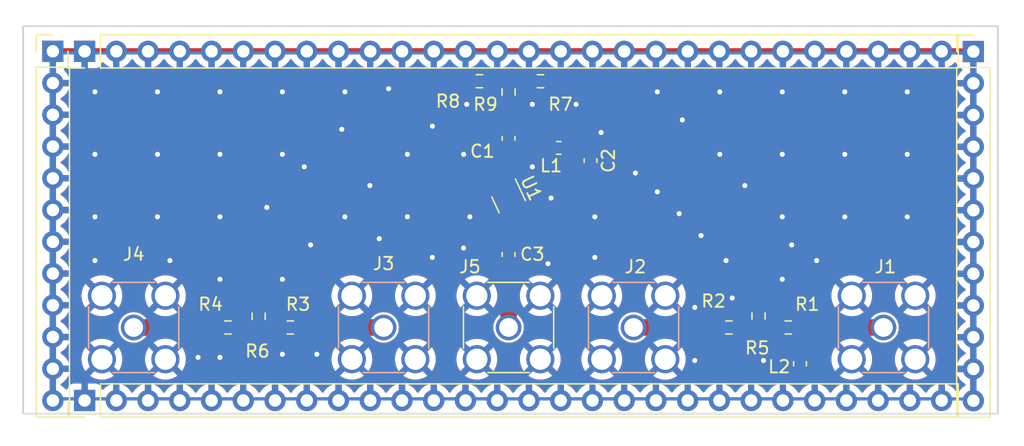
<source format=kicad_pcb>
(kicad_pcb (version 20221018) (generator pcbnew)
  (layers (0 "F.Cu" signal) (31 "B.Cu" signal) (34 "B.Paste" user) (35 "F.Paste" user) (36 "B.SilkS" user "B.Silkscreen") (37 "F.SilkS" user "F.Silkscreen") (38 "B.Mask" user) (39 "F.Mask" user) (44 "Edge.Cuts" user))
  (net 0 "")
  (net 1 "Net-(U1-RF-IN)")
  (net 2 "GND")
  (net 3 "+3V3")
  (net 4 "Net-(R1-Pad2)")
  (net 5 "Net-(U1-RF-OUT)")
  (net 6 "Net-(R3-Pad2)")
  (net 7 "Net-(R5-Pad1)")
  (net 8 "Net-(R6-Pad1)")
  (net 9 "Net-(R7-Pad1)")
  (net 10 "Net-(J1-SIGNAL)")
  (net 11 "Net-(J2-SIGNAL)")
  (net 12 "Net-(J3-SIGNAL)")
  (net 13 "Net-(J4-SIGNAL)")
  (net 14 "Net-(J5-SIGNAL)")
  (net 15 "Net-(C1-Pad1)")
  (footprint "Package_TO_SOT_SMD:SOT-343_SC-70-4_Handsoldering" (layer "F.Cu") (at 139.848 91.8 -65)
    (fp_text reference "U1" (at 0 -2 115) (layer "F.SilkS"))
    (fp_text value "PSA4-5043")
    (fp_line (start -0.7 1.16) (end 0.7 1.16) (stroke (width 0.12)) (layer "F.SilkS"))
    (fp_line (start 0.7 -1.16) (end -1.2 -1.16) (stroke (width 0.12)) (layer "F.SilkS"))
    (pad "1" smd rect (at -1.33 -0.65 295) (size 1.5 0.4) (layers "F.Cu" "F.Paste" "F.Mask") (net 5 "Net-(U1-RF-OUT)"))
    (pad "2" smd rect (at -1.33 0.65 295) (size 1.5 0.4) (layers "F.Cu" "F.Paste" "F.Mask") (net 2 "GND"))
    (pad "3" smd rect (at 1.33 0.65 295) (size 1.5 0.4) (layers "F.Cu" "F.Paste" "F.Mask") (net 1 "Net-(U1-RF-IN)"))
    (pad "4" smd rect (at 1.33 -0.65 295) (size 1.5 0.4) (layers "F.Cu" "F.Paste" "F.Mask") (net 2 "GND"))
  )
  (footprint "Capacitor_SMD:C_0603_1608Metric_Pad1.08x0.95mm_HandSolder" (layer "F.Cu") (at 139.848 96.2715 -90)
    (fp_text reference "C3" (at -0.0215 -1.902) (layer "F.SilkS"))
    (fp_text value "100p")
    (fp_line (start -0.146267 -0.51) (end 0.146267 -0.51) (stroke (width 0.12)) (layer "F.SilkS"))
    (fp_line (start -0.146267 0.51) (end 0.146267 0.51) (stroke (width 0.12)) (layer "F.SilkS"))
    (pad "1" smd roundrect (at -0.8625 0 270) (size 1.075 0.95) (layers "F.Cu" "F.Paste" "F.Mask") (net 1 "Net-(U1-RF-IN)"))
    (pad "2" smd roundrect (at 0.8625 0 270) (size 1.075 0.95) (layers "F.Cu" "F.Paste" "F.Mask") (net 14 "Net-(J5-SIGNAL)"))
  )
  (footprint "Connector_Coaxial:SMA_Amphenol_132291-12_Vertical" (layer "F.Cu") (at 139.848 102.106)
    (fp_text reference "J5" (at -3.098 -4.856) (layer "F.SilkS"))
    (fp_text value "SMA_EDGE")
    (fp_line (start -3.61 -1.66) (end -3.61 1.66) (stroke (width 0.12)) (layer "F.SilkS"))
    (fp_line (start 1.66 -3.61) (end -1.66 -3.61) (stroke (width 0.12)) (layer "F.SilkS"))
    (fp_line (start 1.66 3.61) (end -1.66 3.61) (stroke (width 0.12)) (layer "F.SilkS"))
    (fp_line (start 3.61 -1.66) (end 3.61 1.66) (stroke (width 0.12)) (layer "F.SilkS"))
    (pad "1" thru_hole circle (at 0 0) (size 2.05 2.05) (drill 1.5) (layers "*.Cu" "*.Mask") (net 14 "Net-(J5-SIGNAL)"))
    (pad "2" thru_hole circle (at -2.54 -2.54) (size 2.25 2.25) (drill 1.7) (layers "*.Cu" "*.Mask") (net 2 "GND"))
    (pad "2" thru_hole circle (at -2.54 2.54) (size 2.25 2.25) (drill 1.7) (layers "*.Cu" "*.Mask") (net 2 "GND"))
    (pad "2" thru_hole circle (at 2.54 -2.54) (size 2.25 2.25) (drill 1.7) (layers "*.Cu" "*.Mask") (net 2 "GND"))
    (pad "2" thru_hole circle (at 2.54 2.54) (size 2.25 2.25) (drill 1.7) (layers "*.Cu" "*.Mask") (net 2 "GND"))
  )
  (footprint "Resistor_SMD:R_0603_1608Metric_Pad0.98x0.95mm_HandSolder" (layer "F.Cu") (at 157.482 102.106)
    (fp_text reference "R2" (at -1.232 -2.106) (layer "F.SilkS"))
    (fp_text value "R")
    (fp_line (start -0.254724 -0.5225) (end 0.254724 -0.5225) (stroke (width 0.12)) (layer "F.SilkS"))
    (fp_line (start -0.254724 0.5225) (end 0.254724 0.5225) (stroke (width 0.12)) (layer "F.SilkS"))
    (pad "1" smd roundrect (at -0.9125 0) (size 0.975 0.95) (layers "F.Cu" "F.Paste" "F.Mask") (net 11 "Net-(J2-SIGNAL)"))
    (pad "2" smd roundrect (at 0.9125 0) (size 0.975 0.95) (layers "F.Cu" "F.Paste" "F.Mask") (net 4 "Net-(R1-Pad2)"))
  )
  (footprint "Resistor_SMD:R_0603_1608Metric_Pad0.98x0.95mm_HandSolder" (layer "F.Cu") (at 137.516 82.402)
    (fp_text reference "R8" (at -2.516 1.598) (layer "F.SilkS"))
    (fp_text value "R")
    (fp_line (start -0.254724 -0.5225) (end 0.254724 -0.5225) (stroke (width 0.12)) (layer "F.SilkS"))
    (fp_line (start -0.254724 0.5225) (end 0.254724 0.5225) (stroke (width 0.12)) (layer "F.SilkS"))
    (pad "1" smd roundrect (at -0.9125 0) (size 0.975 0.95) (layers "F.Cu" "F.Paste" "F.Mask") (net 8 "Net-(R6-Pad1)"))
    (pad "2" smd roundrect (at 0.9125 0) (size 0.975 0.95) (layers "F.Cu" "F.Paste" "F.Mask") (net 9 "Net-(R7-Pad1)"))
  )
  (footprint "Resistor_SMD:R_0603_1608Metric_Pad0.98x0.95mm_HandSolder" (layer "F.Cu") (at 162.228 102.106 180)
    (fp_text reference "R1" (at -1.522 1.856) (layer "F.SilkS"))
    (fp_text value "R")
    (fp_line (start -0.254724 -0.5225) (end 0.254724 -0.5225) (stroke (width 0.12)) (layer "F.SilkS"))
    (fp_line (start -0.254724 0.5225) (end 0.254724 0.5225) (stroke (width 0.12)) (layer "F.SilkS"))
    (pad "1" smd roundrect (at -0.9125 0 180) (size 0.975 0.95) (layers "F.Cu" "F.Paste" "F.Mask") (net 10 "Net-(J1-SIGNAL)"))
    (pad "2" smd roundrect (at 0.9125 0 180) (size 0.975 0.95) (layers "F.Cu" "F.Paste" "F.Mask") (net 4 "Net-(R1-Pad2)"))
  )
  (footprint "Resistor_SMD:R_0603_1608Metric_Pad0.98x0.95mm_HandSolder" (layer "F.Cu") (at 159.848 101.198 -90)
    (fp_text reference "R5" (at 2.552 0.098) (layer "F.SilkS"))
    (fp_text value "R")
    (fp_line (start -0.254724 -0.5225) (end 0.254724 -0.5225) (stroke (width 0.12)) (layer "F.SilkS"))
    (fp_line (start -0.254724 0.5225) (end 0.254724 0.5225) (stroke (width 0.12)) (layer "F.SilkS"))
    (pad "1" smd roundrect (at -0.9125 0 270) (size 0.975 0.95) (layers "F.Cu" "F.Paste" "F.Mask") (net 7 "Net-(R5-Pad1)"))
    (pad "2" smd roundrect (at 0.9125 0 270) (size 0.975 0.95) (layers "F.Cu" "F.Paste" "F.Mask") (net 4 "Net-(R1-Pad2)"))
  )
  (footprint "Resistor_SMD:R_0603_1608Metric_Pad0.98x0.95mm_HandSolder" (layer "F.Cu") (at 142.402 82.402)
    (fp_text reference "R7" (at 1.598 1.848) (layer "F.SilkS"))
    (fp_text value "R")
    (fp_line (start -0.254724 -0.5225) (end 0.254724 -0.5225) (stroke (width 0.12)) (layer "F.SilkS"))
    (fp_line (start -0.254724 0.5225) (end 0.254724 0.5225) (stroke (width 0.12)) (layer "F.SilkS"))
    (pad "1" smd roundrect (at -0.9125 0) (size 0.975 0.95) (layers "F.Cu" "F.Paste" "F.Mask") (net 9 "Net-(R7-Pad1)"))
    (pad "2" smd roundrect (at 0.9125 0) (size 0.975 0.95) (layers "F.Cu" "F.Paste" "F.Mask") (net 7 "Net-(R5-Pad1)"))
  )
  (footprint "Resistor_SMD:R_0603_1608Metric_Pad0.98x0.95mm_HandSolder" (layer "F.Cu") (at 139.848 83.2675 90)
    (fp_text reference "R9" (at -0.9825 -1.848) (layer "F.SilkS"))
    (fp_text value "R")
    (fp_line (start -0.254724 -0.5225) (end 0.254724 -0.5225) (stroke (width 0.12)) (layer "F.SilkS"))
    (fp_line (start -0.254724 0.5225) (end 0.254724 0.5225) (stroke (width 0.12)) (layer "F.SilkS"))
    (pad "1" smd roundrect (at -0.9125 0 90) (size 0.975 0.95) (layers "F.Cu" "F.Paste" "F.Mask") (net 15 "Net-(C1-Pad1)"))
    (pad "2" smd roundrect (at 0.9125 0 90) (size 0.975 0.95) (layers "F.Cu" "F.Paste" "F.Mask") (net 9 "Net-(R7-Pad1)"))
  )
  (footprint "Inductor_SMD:L_0603_1608Metric_Pad1.05x0.95mm_HandSolder" (layer "F.Cu") (at 163.17 105.008 -90)
    (fp_text reference "L2" (at 0.242 1.67) (layer "F.SilkS"))
    (fp_text value "200n")
    (fp_line (start -0.171267 -0.51) (end 0.171267 -0.51) (stroke (width 0.12)) (layer "F.SilkS"))
    (fp_line (start -0.171267 0.51) (end 0.171267 0.51) (stroke (width 0.12)) (layer "F.SilkS"))
    (pad "1" smd roundrect (at -0.875 0 270) (size 1.05 0.95) (layers "F.Cu" "F.Paste" "F.Mask") (net 10 "Net-(J1-SIGNAL)"))
    (pad "2" smd roundrect (at 0.875 0 270) (size 1.05 0.95) (layers "F.Cu" "F.Paste" "F.Mask") (net 3 "+3V3"))
  )
  (footprint "Resistor_SMD:R_0603_1608Metric_Pad0.98x0.95mm_HandSolder" (layer "F.Cu") (at 119.848 101.206 -90)
    (fp_text reference "R6" (at 2.794 0.098) (layer "F.SilkS"))
    (fp_text value "R")
    (fp_line (start -0.254724 -0.5225) (end 0.254724 -0.5225) (stroke (width 0.12)) (layer "F.SilkS"))
    (fp_line (start -0.254724 0.5225) (end 0.254724 0.5225) (stroke (width 0.12)) (layer "F.SilkS"))
    (pad "1" smd roundrect (at -0.9125 0 270) (size 0.975 0.95) (layers "F.Cu" "F.Paste" "F.Mask") (net 8 "Net-(R6-Pad1)"))
    (pad "2" smd roundrect (at 0.9125 0 270) (size 0.975 0.95) (layers "F.Cu" "F.Paste" "F.Mask") (net 6 "Net-(R3-Pad2)"))
  )
  (footprint "Capacitor_SMD:C_0603_1608Metric_Pad1.08x0.95mm_HandSolder" (layer "F.Cu") (at 139.848 86.974 -90)
    (fp_text reference "C1" (at 1.026 2.098) (layer "F.SilkS"))
    (fp_text value "100p")
    (fp_line (start -0.146267 -0.51) (end 0.146267 -0.51) (stroke (width 0.12)) (layer "F.SilkS"))
    (fp_line (start -0.146267 0.51) (end 0.146267 0.51) (stroke (width 0.12)) (layer "F.SilkS"))
    (pad "1" smd roundrect (at -0.8625 0 270) (size 1.075 0.95) (layers "F.Cu" "F.Paste" "F.Mask") (net 15 "Net-(C1-Pad1)"))
    (pad "2" smd roundrect (at 0.8625 0 270) (size 1.075 0.95) (layers "F.Cu" "F.Paste" "F.Mask") (net 5 "Net-(U1-RF-OUT)"))
  )
  (footprint "Inductor_SMD:L_0603_1608Metric_Pad1.05x0.95mm_HandSolder" (layer "F.Cu") (at 143.866 87.736 180)
    (fp_text reference "L1" (at 0.616 -1.43) (layer "F.SilkS"))
    (fp_text value "200n")
    (fp_line (start -0.171267 -0.51) (end 0.171267 -0.51) (stroke (width 0.12)) (layer "F.SilkS"))
    (fp_line (start -0.171267 0.51) (end 0.171267 0.51) (stroke (width 0.12)) (layer "F.SilkS"))
    (pad "1" smd roundrect (at -0.875 0 180) (size 1.05 0.95) (layers "F.Cu" "F.Paste" "F.Mask") (net 3 "+3V3"))
    (pad "2" smd roundrect (at 0.875 0 180) (size 1.05 0.95) (layers "F.Cu" "F.Paste" "F.Mask") (net 5 "Net-(U1-RF-OUT)"))
  )
  (footprint "Capacitor_SMD:C_0603_1608Metric_Pad1.08x0.95mm_HandSolder" (layer "F.Cu") (at 146.406 88.752 -90)
    (fp_text reference "C2" (at 0 -1.43 90) (layer "F.SilkS"))
    (fp_text value "10n")
    (fp_line (start -0.146267 -0.51) (end 0.146267 -0.51) (stroke (width 0.12)) (layer "F.SilkS"))
    (fp_line (start -0.146267 0.51) (end 0.146267 0.51) (stroke (width 0.12)) (layer "F.SilkS"))
    (pad "1" smd roundrect (at -0.8625 0 270) (size 1.075 0.95) (layers "F.Cu" "F.Paste" "F.Mask") (net 3 "+3V3"))
    (pad "2" smd roundrect (at 0.8625 0 270) (size 1.075 0.95) (layers "F.Cu" "F.Paste" "F.Mask") (net 2 "GND"))
  )
  (footprint "Resistor_SMD:R_0603_1608Metric_Pad0.98x0.95mm_HandSolder" (layer "F.Cu") (at 122.388 102.106 180)
    (fp_text reference "R3" (at -0.612 1.856) (layer "F.SilkS"))
    (fp_text value "R")
    (fp_line (start -0.254724 -0.5225) (end 0.254724 -0.5225) (stroke (width 0.12)) (layer "F.SilkS"))
    (fp_line (start -0.254724 0.5225) (end 0.254724 0.5225) (stroke (width 0.12)) (layer "F.SilkS"))
    (pad "1" smd roundrect (at -0.9125 0 180) (size 0.975 0.95) (layers "F.Cu" "F.Paste" "F.Mask") (net 12 "Net-(J3-SIGNAL)"))
    (pad "2" smd roundrect (at 0.9125 0 180) (size 0.975 0.95) (layers "F.Cu" "F.Paste" "F.Mask") (net 6 "Net-(R3-Pad2)"))
  )
  (footprint "Resistor_SMD:R_0603_1608Metric_Pad0.98x0.95mm_HandSolder" (layer "F.Cu") (at 117.388 102.106)
    (fp_text reference "R4" (at -1.388 -1.856) (layer "F.SilkS"))
    (fp_text value "R")
    (fp_line (start -0.254724 -0.5225) (end 0.254724 -0.5225) (stroke (width 0.12)) (layer "F.SilkS"))
    (fp_line (start -0.254724 0.5225) (end 0.254724 0.5225) (stroke (width 0.12)) (layer "F.SilkS"))
    (pad "1" smd roundrect (at -0.9125 0) (size 0.975 0.95) (layers "F.Cu" "F.Paste" "F.Mask") (net 13 "Net-(J4-SIGNAL)"))
    (pad "2" smd roundrect (at 0.9125 0) (size 0.975 0.95) (layers "F.Cu" "F.Paste" "F.Mask") (net 6 "Net-(R3-Pad2)"))
  )
  (footprint "Connector_PinHeader_2.54mm:PinHeader_1x12_P2.54mm_Vertical" (layer "F.Cu") (at 103.38 80.01)
    (fp_text reference "J8" hide)
    (fp_text value "Conn_01x12_Pin")
    (fp_line (start -1.33 -1.33) (end 0 -1.33) (stroke (width 0.12)) (layer "F.SilkS"))
    (fp_line (start -1.33 0) (end -1.33 -1.33) (stroke (width 0.12)) (layer "F.SilkS"))
    (fp_line (start -1.33 1.27) (end -1.33 29.27) (stroke (width 0.12)) (layer "F.SilkS"))
    (fp_line (start -1.33 1.27) (end 1.33 1.27) (stroke (width 0.12)) (layer "F.SilkS"))
    (fp_line (start -1.33 29.27) (end 1.33 29.27) (stroke (width 0.12)) (layer "F.SilkS"))
    (fp_line (start 1.33 1.27) (end 1.33 29.27) (stroke (width 0.12)) (layer "F.SilkS"))
    (pad "1" thru_hole rect (at 0 0) (size 1.7 1.7) (drill 1) (layers "*.Cu" "*.Mask") (net 2 "GND"))
    (pad "2" thru_hole oval (at 0 2.54) (size 1.7 1.7) (drill 1) (layers "*.Cu" "*.Mask") (net 2 "GND"))
    (pad "3" thru_hole oval (at 0 5.08) (size 1.7 1.7) (drill 1) (layers "*.Cu" "*.Mask") (net 2 "GND"))
    (pad "4" thru_hole oval (at 0 7.62) (size 1.7 1.7) (drill 1) (layers "*.Cu" "*.Mask") (net 2 "GND"))
    (pad "5" thru_hole oval (at 0 10.16) (size 1.7 1.7) (drill 1) (layers "*.Cu" "*.Mask") (net 2 "GND"))
    (pad "6" thru_hole oval (at 0 12.7) (size 1.7 1.7) (drill 1) (layers "*.Cu" "*.Mask") (net 2 "GND"))
    (pad "7" thru_hole oval (at 0 15.24) (size 1.7 1.7) (drill 1) (layers "*.Cu" "*.Mask") (net 2 "GND"))
    (pad "8" thru_hole oval (at 0 17.78) (size 1.7 1.7) (drill 1) (layers "*.Cu" "*.Mask") (net 2 "GND"))
    (pad "9" thru_hole oval (at 0 20.32) (size 1.7 1.7) (drill 1) (layers "*.Cu" "*.Mask") (net 2 "GND"))
    (pad "10" thru_hole oval (at 0 22.86) (size 1.7 1.7) (drill 1) (layers "*.Cu" "*.Mask") (net 2 "GND"))
    (pad "11" thru_hole oval (at 0 25.4) (size 1.7 1.7) (drill 1) (layers "*.Cu" "*.Mask") (net 2 "GND"))
    (pad "12" thru_hole oval (at 0 27.94) (size 1.7 1.7) (drill 1) (layers "*.Cu" "*.Mask") (net 2 "GND"))
  )
  (footprint "Connector_PinHeader_2.54mm:PinHeader_1x28_P2.54mm_Vertical" (layer "F.Cu") (at 105.92 80.01 90)
    (fp_text reference "J6" hide)
    (fp_text value "Conn_01x28_Pin")
    (fp_line (start -1.33 -1.33) (end 0 -1.33) (stroke (width 0.12)) (layer "F.SilkS"))
    (fp_line (start -1.33 0) (end -1.33 -1.33) (stroke (width 0.12)) (layer "F.SilkS"))
    (fp_line (start -1.33 1.27) (end -1.33 69.91) (stroke (width 0.12)) (layer "F.SilkS"))
    (fp_line (start -1.33 1.27) (end 1.33 1.27) (stroke (width 0.12)) (layer "F.SilkS"))
    (fp_line (start -1.33 69.91) (end 1.33 69.91) (stroke (width 0.12)) (layer "F.SilkS"))
    (fp_line (start 1.33 1.27) (end 1.33 69.91) (stroke (width 0.12)) (layer "F.SilkS"))
    (pad "1" thru_hole rect (at 0 0 90) (size 1.7 1.7) (drill 1) (layers "*.Cu" "*.Mask") (net 2 "GND"))
    (pad "2" thru_hole oval (at 0 2.54 90) (size 1.7 1.7) (drill 1) (layers "*.Cu" "*.Mask") (net 2 "GND"))
    (pad "3" thru_hole oval (at 0 5.08 90) (size 1.7 1.7) (drill 1) (layers "*.Cu" "*.Mask") (net 2 "GND"))
    (pad "4" thru_hole oval (at 0 7.62 90) (size 1.7 1.7) (drill 1) (layers "*.Cu" "*.Mask") (net 2 "GND"))
    (pad "5" thru_hole oval (at 0 10.16 90) (size 1.7 1.7) (drill 1) (layers "*.Cu" "*.Mask") (net 2 "GND"))
    (pad "6" thru_hole oval (at 0 12.7 90) (size 1.7 1.7) (drill 1) (layers "*.Cu" "*.Mask") (net 2 "GND"))
    (pad "7" thru_hole oval (at 0 15.24 90) (size 1.7 1.7) (drill 1) (layers "*.Cu" "*.Mask") (net 2 "GND"))
    (pad "8" thru_hole oval (at 0 17.78 90) (size 1.7 1.7) (drill 1) (layers "*.Cu" "*.Mask") (net 2 "GND"))
    (pad "9" thru_hole oval (at 0 20.32 90) (size 1.7 1.7) (drill 1) (layers "*.Cu" "*.Mask") (net 2 "GND"))
    (pad "10" thru_hole oval (at 0 22.86 90) (size 1.7 1.7) (drill 1) (layers "*.Cu" "*.Mask") (net 2 "GND"))
    (pad "11" thru_hole oval (at 0 25.4 90) (size 1.7 1.7) (drill 1) (layers "*.Cu" "*.Mask") (net 2 "GND"))
    (pad "12" thru_hole oval (at 0 27.94 90) (size 1.7 1.7) (drill 1) (layers "*.Cu" "*.Mask") (net 2 "GND"))
    (pad "13" thru_hole oval (at 0 30.48 90) (size 1.7 1.7) (drill 1) (layers "*.Cu" "*.Mask") (net 2 "GND"))
    (pad "14" thru_hole oval (at 0 33.02 90) (size 1.7 1.7) (drill 1) (layers "*.Cu" "*.Mask") (net 2 "GND"))
    (pad "15" thru_hole oval (at 0 35.56 90) (size 1.7 1.7) (drill 1) (layers "*.Cu" "*.Mask") (net 2 "GND"))
    (pad "16" thru_hole oval (at 0 38.1 90) (size 1.7 1.7) (drill 1) (layers "*.Cu" "*.Mask") (net 2 "GND"))
    (pad "17" thru_hole oval (at 0 40.64 90) (size 1.7 1.7) (drill 1) (layers "*.Cu" "*.Mask") (net 2 "GND"))
    (pad "18" thru_hole oval (at 0 43.18 90) (size 1.7 1.7) (drill 1) (layers "*.Cu" "*.Mask") (net 2 "GND"))
    (pad "19" thru_hole oval (at 0 45.72 90) (size 1.7 1.7) (drill 1) (layers "*.Cu" "*.Mask") (net 2 "GND"))
    (pad "20" thru_hole oval (at 0 48.26 90) (size 1.7 1.7) (drill 1) (layers "*.Cu" "*.Mask") (net 2 "GND"))
    (pad "21" thru_hole oval (at 0 50.8 90) (size 1.7 1.7) (drill 1) (layers "*.Cu" "*.Mask") (net 2 "GND"))
    (pad "22" thru_hole oval (at 0 53.34 90) (size 1.7 1.7) (drill 1) (layers "*.Cu" "*.Mask") (net 2 "GND"))
    (pad "23" thru_hole oval (at 0 55.88 90) (size 1.7 1.7) (drill 1) (layers "*.Cu" "*.Mask") (net 2 "GND"))
    (pad "24" thru_hole oval (at 0 58.42 90) (size 1.7 1.7) (drill 1) (layers "*.Cu" "*.Mask") (net 2 "GND"))
    (pad "25" thru_hole oval (at 0 60.96 90) (size 1.7 1.7) (drill 1) (layers "*.Cu" "*.Mask") (net 2 "GND"))
    (pad "26" thru_hole oval (at 0 63.5 90) (size 1.7 1.7) (drill 1) (layers "*.Cu" "*.Mask") (net 2 "GND"))
    (pad "27" thru_hole oval (at 0 66.04 90) (size 1.7 1.7) (drill 1) (layers "*.Cu" "*.Mask") (net 2 "GND"))
    (pad "28" thru_hole oval (at 0 68.58 90) (size 1.7 1.7) (drill 1) (layers "*.Cu" "*.Mask") (net 2 "GND"))
  )
  (footprint "Connector_PinHeader_2.54mm:PinHeader_1x12_P2.54mm_Vertical" (layer "F.Cu") (at 177.04 80.025)
    (fp_text reference "J9" hide)
    (fp_text value "Conn_01x12_Pin")
    (fp_line (start -1.33 -1.33) (end 0 -1.33) (stroke (width 0.12)) (layer "F.SilkS"))
    (fp_line (start -1.33 0) (end -1.33 -1.33) (stroke (width 0.12)) (layer "F.SilkS"))
    (fp_line (start -1.33 1.27) (end -1.33 29.27) (stroke (width 0.12)) (layer "F.SilkS"))
    (fp_line (start -1.33 1.27) (end 1.33 1.27) (stroke (width 0.12)) (layer "F.SilkS"))
    (fp_line (start -1.33 29.27) (end 1.33 29.27) (stroke (width 0.12)) (layer "F.SilkS"))
    (fp_line (start 1.33 1.27) (end 1.33 29.27) (stroke (width 0.12)) (layer "F.SilkS"))
    (pad "1" thru_hole rect (at 0 0) (size 1.7 1.7) (drill 1) (layers "*.Cu" "*.Mask") (net 2 "GND"))
    (pad "2" thru_hole oval (at 0 2.54) (size 1.7 1.7) (drill 1) (layers "*.Cu" "*.Mask") (net 2 "GND"))
    (pad "3" thru_hole oval (at 0 5.08) (size 1.7 1.7) (drill 1) (layers "*.Cu" "*.Mask") (net 2 "GND"))
    (pad "4" thru_hole oval (at 0 7.62) (size 1.7 1.7) (drill 1) (layers "*.Cu" "*.Mask") (net 2 "GND"))
    (pad "5" thru_hole oval (at 0 10.16) (size 1.7 1.7) (drill 1) (layers "*.Cu" "*.Mask") (net 2 "GND"))
    (pad "6" thru_hole oval (at 0 12.7) (size 1.7 1.7) (drill 1) (layers "*.Cu" "*.Mask") (net 2 "GND"))
    (pad "7" thru_hole oval (at 0 15.24) (size 1.7 1.7) (drill 1) (layers "*.Cu" "*.Mask") (net 2 "GND"))
    (pad "8" thru_hole oval (at 0 17.78) (size 1.7 1.7) (drill 1) (layers "*.Cu" "*.Mask") (net 2 "GND"))
    (pad "9" thru_hole oval (at 0 20.32) (size 1.7 1.7) (drill 1) (layers "*.Cu" "*.Mask") (net 2 "GND"))
    (pad "10" thru_hole oval (at 0 22.86) (size 1.7 1.7) (drill 1) (layers "*.Cu" "*.Mask") (net 2 "GND"))
    (pad "11" thru_hole oval (at 0 25.4) (size 1.7 1.7) (drill 1) (layers "*.Cu" "*.Mask") (net 2 "GND"))
    (pad "12" thru_hole oval (at 0 27.94) (size 1.7 1.7) (drill 1) (layers "*.Cu" "*.Mask") (net 2 "GND"))
  )
  (footprint "Connector_PinHeader_2.54mm:PinHeader_1x28_P2.54mm_Vertical" (layer "F.Cu") (at 105.92 107.95 90)
    (fp_text reference "J7" hide)
    (fp_text value "Conn_01x28_Pin")
    (fp_line (start -1.33 -1.33) (end 0 -1.33) (stroke (width 0.12)) (layer "F.SilkS"))
    (fp_line (start -1.33 0) (end -1.33 -1.33) (stroke (width 0.12)) (layer "F.SilkS"))
    (fp_line (start -1.33 1.27) (end -1.33 69.91) (stroke (width 0.12)) (layer "F.SilkS"))
    (fp_line (start -1.33 1.27) (end 1.33 1.27) (stroke (width 0.12)) (layer "F.SilkS"))
    (fp_line (start -1.33 69.91) (end 1.33 69.91) (stroke (width 0.12)) (layer "F.SilkS"))
    (fp_line (start 1.33 1.27) (end 1.33 69.91) (stroke (width 0.12)) (layer "F.SilkS"))
    (pad "1" thru_hole rect (at 0 0 90) (size 1.7 1.7) (drill 1) (layers "*.Cu" "*.Mask") (net 2 "GND"))
    (pad "2" thru_hole oval (at 0 2.54 90) (size 1.7 1.7) (drill 1) (layers "*.Cu" "*.Mask") (net 2 "GND"))
    (pad "3" thru_hole oval (at 0 5.08 90) (size 1.7 1.7) (drill 1) (layers "*.Cu" "*.Mask") (net 2 "GND"))
    (pad "4" thru_hole oval (at 0 7.62 90) (size 1.7 1.7) (drill 1) (layers "*.Cu" "*.Mask") (net 2 "GND"))
    (pad "5" thru_hole oval (at 0 10.16 90) (size 1.7 1.7) (drill 1) (layers "*.Cu" "*.Mask") (net 2 "GND"))
    (pad "6" thru_hole oval (at 0 12.7 90) (size 1.7 1.7) (drill 1) (layers "*.Cu" "*.Mask") (net 2 "GND"))
    (pad "7" thru_hole oval (at 0 15.24 90) (size 1.7 1.7) (drill 1) (layers "*.Cu" "*.Mask") (net 2 "GND"))
    (pad "8" thru_hole oval (at 0 17.78 90) (size 1.7 1.7) (drill 1) (layers "*.Cu" "*.Mask") (net 2 "GND"))
    (pad "9" thru_hole oval (at 0 20.32 90) (size 1.7 1.7) (drill 1) (layers "*.Cu" "*.Mask") (net 2 "GND"))
    (pad "10" thru_hole oval (at 0 22.86 90) (size 1.7 1.7) (drill 1) (layers "*.Cu" "*.Mask") (net 2 "GND"))
    (pad "11" thru_hole oval (at 0 25.4 90) (size 1.7 1.7) (drill 1) (layers "*.Cu" "*.Mask") (net 2 "GND"))
    (pad "12" thru_hole oval (at 0 27.94 90) (size 1.7 1.7) (drill 1) (layers "*.Cu" "*.Mask") (net 2 "GND"))
    (pad "13" thru_hole oval (at 0 30.48 90) (size 1.7 1.7) (drill 1) (layers "*.Cu" "*.Mask") (net 2 "GND"))
    (pad "14" thru_hole oval (at 0 33.02 90) (size 1.7 1.7) (drill 1) (layers "*.Cu" "*.Mask") (net 2 "GND"))
    (pad "15" thru_hole oval (at 0 35.56 90) (size 1.7 1.7) (drill 1) (layers "*.Cu" "*.Mask") (net 2 "GND"))
    (pad "16" thru_hole oval (at 0 38.1 90) (size 1.7 1.7) (drill 1) (layers "*.Cu" "*.Mask") (net 2 "GND"))
    (pad "17" thru_hole oval (at 0 40.64 90) (size 1.7 1.7) (drill 1) (layers "*.Cu" "*.Mask") (net 2 "GND"))
    (pad "18" thru_hole oval (at 0 43.18 90) (size 1.7 1.7) (drill 1) (layers "*.Cu" "*.Mask") (net 2 "GND"))
    (pad "19" thru_hole oval (at 0 45.72 90) (size 1.7 1.7) (drill 1) (layers "*.Cu" "*.Mask") (net 2 "GND"))
    (pad "20" thru_hole oval (at 0 48.26 90) (size 1.7 1.7) (drill 1) (layers "*.Cu" "*.Mask") (net 2 "GND"))
    (pad "21" thru_hole oval (at 0 50.8 90) (size 1.7 1.7) (drill 1) (layers "*.Cu" "*.Mask") (net 2 "GND"))
    (pad "22" thru_hole oval (at 0 53.34 90) (size 1.7 1.7) (drill 1) (layers "*.Cu" "*.Mask") (net 2 "GND"))
    (pad "23" thru_hole oval (at 0 55.88 90) (size 1.7 1.7) (drill 1) (layers "*.Cu" "*.Mask") (net 2 "GND"))
    (pad "24" thru_hole oval (at 0 58.42 90) (size 1.7 1.7) (drill 1) (layers "*.Cu" "*.Mask") (net 2 "GND"))
    (pad "25" thru_hole oval (at 0 60.96 90) (size 1.7 1.7) (drill 1) (layers "*.Cu" "*.Mask") (net 2 "GND"))
    (pad "26" thru_hole oval (at 0 63.5 90) (size 1.7 1.7) (drill 1) (layers "*.Cu" "*.Mask") (net 2 "GND"))
    (pad "27" thru_hole oval (at 0 66.04 90) (size 1.7 1.7) (drill 1) (layers "*.Cu" "*.Mask") (net 2 "GND"))
    (pad "28" thru_hole oval (at 0 68.58 90) (size 1.7 1.7) (drill 1) (layers "*.Cu" "*.Mask") (net 2 "GND"))
  )
  (footprint "Connector_Coaxial:SMA_Amphenol_132291_Vertical" (layer "B.Cu") (at 149.848 102.106)
    (fp_text reference "J2" (at 0.152 -4.856) (layer "F.SilkS"))
    (fp_text value "SMA_EDGE")
    (fp_line (start -3.61 1.66) (end -3.61 -1.66) (stroke (width 0.12)) (layer "B.SilkS"))
    (fp_line (start -1.66 -3.61) (end 1.66 -3.61) (stroke (width 0.12)) (layer "B.SilkS"))
    (fp_line (start -1.66 3.61) (end 1.66 3.61) (stroke (width 0.12)) (layer "B.SilkS"))
    (fp_line (start 3.61 1.66) (end 3.61 -1.66) (stroke (width 0.12)) (layer "B.SilkS"))
    (pad "1" thru_hole circle (at 0 0) (size 2.05 2.05) (drill 1.5) (layers "*.Cu" "*.Mask") (net 11 "Net-(J2-SIGNAL)"))
    (pad "2" thru_hole circle (at -2.54 -2.54) (size 2.25 2.25) (drill 1.7) (layers "*.Cu" "*.Mask") (net 2 "GND"))
    (pad "2" thru_hole circle (at -2.54 2.54) (size 2.25 2.25) (drill 1.7) (layers "*.Cu" "*.Mask") (net 2 "GND"))
    (pad "2" thru_hole circle (at 2.54 -2.54) (size 2.25 2.25) (drill 1.7) (layers "*.Cu" "*.Mask") (net 2 "GND"))
    (pad "2" thru_hole circle (at 2.54 2.54) (size 2.25 2.25) (drill 1.7) (layers "*.Cu" "*.Mask") (net 2 "GND"))
  )
  (footprint "Connector_Coaxial:SMA_Amphenol_132291_Vertical" (layer "B.Cu") (at 169.848 102.106)
    (fp_text reference "J1" (at 0.152 -4.856) (layer "F.SilkS"))
    (fp_text value "SMA_EDGE")
    (fp_line (start -3.61 1.66) (end -3.61 -1.66) (stroke (width 0.12)) (layer "B.SilkS"))
    (fp_line (start -1.66 -3.61) (end 1.66 -3.61) (stroke (width 0.12)) (layer "B.SilkS"))
    (fp_line (start -1.66 3.61) (end 1.66 3.61) (stroke (width 0.12)) (layer "B.SilkS"))
    (fp_line (start 3.61 1.66) (end 3.61 -1.66) (stroke (width 0.12)) (layer "B.SilkS"))
    (pad "1" thru_hole circle (at 0 0) (size 2.05 2.05) (drill 1.5) (layers "*.Cu" "*.Mask") (net 10 "Net-(J1-SIGNAL)"))
    (pad "2" thru_hole circle (at -2.54 -2.54) (size 2.25 2.25) (drill 1.7) (layers "*.Cu" "*.Mask") (net 2 "GND"))
    (pad "2" thru_hole circle (at -2.54 2.54) (size 2.25 2.25) (drill 1.7) (layers "*.Cu" "*.Mask") (net 2 "GND"))
    (pad "2" thru_hole circle (at 2.54 -2.54) (size 2.25 2.25) (drill 1.7) (layers "*.Cu" "*.Mask") (net 2 "GND"))
    (pad "2" thru_hole circle (at 2.54 2.54) (size 2.25 2.25) (drill 1.7) (layers "*.Cu" "*.Mask") (net 2 "GND"))
  )
  (footprint "Connector_Coaxial:SMA_Amphenol_132291_Vertical" (layer "B.Cu") (at 129.848 102.106)
    (fp_text reference "J3" (at 0 -5.106) (layer "F.SilkS"))
    (fp_text value "SMA_EDGE")
    (fp_line (start -3.61 1.66) (end -3.61 -1.66) (stroke (width 0.12)) (layer "B.SilkS"))
    (fp_line (start -1.66 -3.61) (end 1.66 -3.61) (stroke (width 0.12)) (layer "B.SilkS"))
    (fp_line (start -1.66 3.61) (end 1.66 3.61) (stroke (width 0.12)) (layer "B.SilkS"))
    (fp_line (start 3.61 1.66) (end 3.61 -1.66) (stroke (width 0.12)) (layer "B.SilkS"))
    (pad "1" thru_hole circle (at 0 0) (size 2.05 2.05) (drill 1.5) (layers "*.Cu" "*.Mask") (net 12 "Net-(J3-SIGNAL)"))
    (pad "2" thru_hole circle (at -2.54 -2.54) (size 2.25 2.25) (drill 1.7) (layers "*.Cu" "*.Mask") (net 2 "GND"))
    (pad "2" thru_hole circle (at -2.54 2.54) (size 2.25 2.25) (drill 1.7) (layers "*.Cu" "*.Mask") (net 2 "GND"))
    (pad "2" thru_hole circle (at 2.54 -2.54) (size 2.25 2.25) (drill 1.7) (layers "*.Cu" "*.Mask") (net 2 "GND"))
    (pad "2" thru_hole circle (at 2.54 2.54) (size 2.25 2.25) (drill 1.7) (layers "*.Cu" "*.Mask") (net 2 "GND"))
  )
  (footprint "Connector_Coaxial:SMA_Amphenol_132291_Vertical" (layer "B.Cu") (at 109.848 102.106)
    (fp_text reference "J4" (at 0 -5.856) (layer "F.SilkS"))
    (fp_text value "SMA_EDGE")
    (fp_line (start -3.61 1.66) (end -3.61 -1.66) (stroke (width 0.12)) (layer "B.SilkS"))
    (fp_line (start -1.66 -3.61) (end 1.66 -3.61) (stroke (width 0.12)) (layer "B.SilkS"))
    (fp_line (start -1.66 3.61) (end 1.66 3.61) (stroke (width 0.12)) (layer "B.SilkS"))
    (fp_line (start 3.61 1.66) (end 3.61 -1.66) (stroke (width 0.12)) (layer "B.SilkS"))
    (pad "1" thru_hole circle (at 0 0) (size 2.05 2.05) (drill 1.5) (layers "*.Cu" "*.Mask") (net 13 "Net-(J4-SIGNAL)"))
    (pad "2" thru_hole circle (at -2.54 -2.54) (size 2.25 2.25) (drill 1.7) (layers "*.Cu" "*.Mask") (net 2 "GND"))
    (pad "2" thru_hole circle (at -2.54 2.54) (size 2.25 2.25) (drill 1.7) (layers "*.Cu" "*.Mask") (net 2 "GND"))
    (pad "2" thru_hole circle (at 2.54 -2.54) (size 2.25 2.25) (drill 1.7) (layers "*.Cu" "*.Mask") (net 2 "GND"))
    (pad "2" thru_hole circle (at 2.54 2.54) (size 2.25 2.25) (drill 1.7) (layers "*.Cu" "*.Mask") (net 2 "GND"))
  )
  (gr_line (start 101 109) (end 101 78) (stroke (width 0.15)) (layer "Edge.Cuts"))
  (gr_line (start 179 78) (end 179 109) (stroke (width 0.15)) (layer "Edge.Cuts"))
  (gr_line (start 179 109) (end 101 109) (stroke (width 0.15)) (layer "Edge.Cuts"))
  (gr_line (start 179 78) (end 101 78) (stroke (width 0.15)) (layer "Edge.Cuts"))
  (segment (start 139.820982 95.381982) (end 139.848 95.409) (width 1.33) (layer "F.Cu") (net 1))
  (segment (start 139.820982 93.280091) (end 139.820982 95.381982) (width 1.33) (layer "F.Cu") (net 1))
  (via (at 121.75 88.25) (size 0.8) (drill 0.4) (layers "F.Cu" "B.Cu") (net 2))
  (via (at 136.25 95.75) (size 0.8) (drill 0.4) (layers "F.Cu" "B.Cu") (net 2))
  (via (at 166.75 93.25) (size 0.8) (drill 0.4) (layers "F.Cu" "B.Cu") (net 2))
  (via (at 106.75 93.25) (size 0.8) (drill 0.4) (layers "F.Cu" "B.Cu") (net 2))
  (via (at 124 95.5) (size 0.8) (drill 0.4) (layers "F.Cu" "B.Cu") (net 2))
  (via (at 136.5 84.25) (size 0.8) (drill 0.4) (layers "F.Cu" "B.Cu") (net 2))
  (via (at 121.75 104.25) (size 0.8) (drill 0.4) (layers "F.Cu" "B.Cu") (net 2))
  (via (at 153.5 93) (size 0.8) (drill 0.4) (layers "F.Cu" "B.Cu") (net 2))
  (via (at 161.75 88.25) (size 0.8) (drill 0.4) (layers "F.Cu" "B.Cu") (net 2))
  (via (at 116.75 93.25) (size 0.8) (drill 0.4) (layers "F.Cu" "B.Cu") (net 2))
  (via (at 120.5 92.5) (size 0.8) (drill 0.4) (layers "F.Cu" "B.Cu") (net 2))
  (via (at 121.75 83.25) (size 0.8) (drill 0.4) (layers "F.Cu" "B.Cu") (net 2))
  (via (at 136.25 88.25) (size 0.8) (drill 0.4) (layers "F.Cu" "B.Cu") (net 2))
  (via (at 116.75 83.25) (size 0.8) (drill 0.4) (layers "F.Cu" "B.Cu") (net 2))
  (via (at 131.75 93.25) (size 0.8) (drill 0.4) (layers "F.Cu" "B.Cu") (net 2))
  (via (at 116.75 98.25) (size 0.8) (drill 0.4) (layers "F.Cu" "B.Cu") (net 2))
  (via (at 166.75 88.25) (size 0.8) (drill 0.4) (layers "F.Cu" "B.Cu") (net 2))
  (via (at 157.75 99.75) (size 0.8) (drill 0.4) (layers "F.Cu" "B.Cu") (net 2))
  (via (at 143 97) (size 0.8) (drill 0.4) (layers "F.Cu" "B.Cu") (net 2))
  (via (at 161.75 93.25) (size 0.8) (drill 0.4) (layers "F.Cu" "B.Cu") (net 2))
  (via (at 145.25 84.25) (size 0.8) (drill 0.4) (layers "F.Cu" "B.Cu") (net 2))
  (via (at 133.75 86) (size 0.8) (drill 0.4) (layers "F.Cu" "B.Cu") (net 2))
  (via (at 156.75 83.25) (size 0.8) (drill 0.4) (layers "F.Cu" "B.Cu") (net 2))
  (via (at 171.75 93.25) (size 0.8) (drill 0.4) (layers "F.Cu" "B.Cu") (net 2))
  (via (at 161.75 83.25) (size 0.8) (drill 0.4) (layers "F.Cu" "B.Cu") (net 2))
  (via (at 160.25 104.75) (size 0.8) (drill 0.4) (layers "F.Cu" "B.Cu") (net 2))
  (via (at 116.75 104.5) (size 0.8) (drill 0.4) (layers "F.Cu" "B.Cu") (net 2))
  (via (at 133.75 96.5) (size 0.8) (drill 0.4) (layers "F.Cu" "B.Cu") (net 2))
  (via (at 162.5 95.5) (size 0.8) (drill 0.4) (layers "F.Cu" "B.Cu") (net 2))
  (via (at 154.75 104.75) (size 0.8) (drill 0.4) (layers "F.Cu" "B.Cu") (net 2))
  (via (at 111.75 93.25) (size 0.8) (drill 0.4) (layers "F.Cu" "B.Cu") (net 2))
  (via (at 166.75 83.25) (size 0.8) (drill 0.4) (layers "F.Cu" "B.Cu") (net 2))
  (via (at 121.75 98.25) (size 0.8) (drill 0.4) (layers "F.Cu" "B.Cu") (net 2))
  (via (at 141.75 84.25) (size 0.8) (drill 0.4) (layers "F.Cu" "B.Cu") (net 2))
  (via (at 161.75 98.25) (size 0.8) (drill 0.4) (layers "F.Cu" "B.Cu") (net 2))
  (via (at 126.5 86.25) (size 0.8) (drill 0.4) (layers "F.Cu" "B.Cu") (net 2))
  (via (at 150 89.75) (size 0.8) (drill 0.4) (layers "F.Cu" "B.Cu") (net 2))
  (via (at 154.75 100.5) (size 0.8) (drill 0.4) (layers "F.Cu" "B.Cu") (net 2))
  (via (at 147.25 86.5) (size 0.8) (drill 0.4) (layers "F.Cu" "B.Cu") (net 2))
  (via (at 151.75 83.25) (size 0.8) (drill 0.4) (layers "F.Cu" "B.Cu") (net 2))
  (via (at 123.5 89.25) (size 0.8) (drill 0.4) (layers "F.Cu" "B.Cu") (net 2))
  (via (at 158.75 90.75) (size 0.8) (drill 0.4) (layers "F.Cu" "B.Cu") (net 2))
  (via (at 171.75 88.25) (size 0.8) (drill 0.4) (layers "F.Cu" "B.Cu") (net 2))
  (via (at 106.75 88.25) (size 0.8) (drill 0.4) (layers "F.Cu" "B.Cu") (net 2))
  (via (at 155.25 94.75) (size 0.8) (drill 0.4) (layers "F.Cu" "B.Cu") (net 2))
  (via (at 143.25 91.75) (size 0.8) (drill 0.4) (layers "F.Cu" "B.Cu") (net 2))
  (via (at 126.75 93.25) (size 0.8) (drill 0.4) (layers "F.Cu" "B.Cu") (net 2))
  (via (at 146.75 93.25) (size 0.8) (drill 0.4) (layers "F.Cu" "B.Cu") (net 2))
  (via (at 164.5 96.75) (size 0.8) (drill 0.4) (layers "F.Cu" "B.Cu") (net 2))
  (via (at 124.5 104.25) (size 0.8) (drill 0.4) (layers "F.Cu" "B.Cu") (net 2))
  (via (at 156.75 88.25) (size 0.8) (drill 0.4) (layers "F.Cu" "B.Cu") (net 2))
  (via (at 157.25 96.75) (size 0.8) (drill 0.4) (layers "F.Cu" "B.Cu") (net 2))
  (via (at 128.75 90.75) (size 0.8) (drill 0.4) (layers "F.Cu" "B.Cu") (net 2))
  (via (at 131.75 88.25) (size 0.8) (drill 0.4) (layers "F.Cu" "B.Cu") (net 2))
  (via (at 141.75 89.25) (size 0.8) (drill 0.4) (layers "F.Cu" "B.Cu") (net 2))
  (via (at 126.75 83.25) (size 0.8) (drill 0.4) (layers "F.Cu" "B.Cu") (net 2))
  (via (at 106.75 83.25) (size 0.8) (drill 0.4) (layers "F.Cu" "B.Cu") (net 2))
  (via (at 130.25 83) (size 0.8) (drill 0.4) (layers "F.Cu" "B.Cu") (net 2))
  (via (at 116.75 88.25) (size 0.8) (drill 0.4) (layers "F.Cu" "B.Cu") (net 2))
  (via (at 151.75 91.25) (size 0.8) (drill 0.4) (layers "F.Cu" "B.Cu") (net 2))
  (via (at 146.75 96.5) (size 0.8) (drill 0.4) (layers "F.Cu" "B.Cu") (net 2))
  (via (at 129.5 95) (size 0.8) (drill 0.4) (layers "F.Cu" "B.Cu") (net 2))
  (via (at 136.75 93.25) (size 0.8) (drill 0.4) (layers "F.Cu" "B.Cu") (net 2))
  (via (at 153.75 85.5) (size 0.8) (drill 0.4) (layers "F.Cu" "B.Cu") (net 2))
  (via (at 111.75 83.25) (size 0.8) (drill 0.4) (layers "F.Cu" "B.Cu") (net 2))
  (via (at 171.75 83.25) (size 0.8) (drill 0.4) (layers "F.Cu" "B.Cu") (net 2))
  (via (at 106.75 96.75) (size 0.8) (drill 0.4) (layers "F.Cu" "B.Cu") (net 2))
  (via (at 115 104.5) (size 0.8) (drill 0.4) (layers "F.Cu" "B.Cu") (net 2))
  (via (at 112.75 96.75) (size 0.8) (drill 0.4) (layers "F.Cu" "B.Cu") (net 2))
  (via (at 111.75 88.25) (size 0.8) (drill 0.4) (layers "F.Cu" "B.Cu") (net 2))
  (segment (start 144.741 105.629) (end 144.741 87.736) (width 0.25) (layer "F.Cu") (net 3))
  (segment (start 144.741 87.736) (end 146.2525 87.736) (width 0.25) (layer "F.Cu") (net 3))
  (segment (start 145.644 106.532) (end 144.741 105.629) (width 0.25) (layer "F.Cu") (net 3))
  (segment (start 162.521 106.532) (end 145.644 106.532) (width 0.25) (layer "F.Cu") (net 3))
  (segment (start 146.2525 87.736) (end 146.406 87.8895) (width 0.25) (layer "F.Cu") (net 3))
  (segment (start 163.17 105.883) (end 162.521 106.532) (width 0.25) (layer "F.Cu") (net 3))
  (segment (start 158.3945 102.106) (end 159.8435 102.106) (width 1.33) (layer "F.Cu") (net 4))
  (segment (start 159.8435 102.106) (end 159.848 102.1105) (width 1.33) (layer "F.Cu") (net 4))
  (segment (start 161.311 102.1105) (end 161.3155 102.106) (width 1.33) (layer "F.Cu") (net 4))
  (segment (start 159.848 102.1105) (end 161.311 102.1105) (width 1.33) (layer "F.Cu") (net 4))
  (segment (start 139.848 90.292891) (end 139.875018 90.319909) (width 1.33) (layer "F.Cu") (net 5))
  (segment (start 142.8905 87.8365) (end 142.991 87.736) (width 0.25) (layer "F.Cu") (net 5))
  (segment (start 139.848 87.8365) (end 142.8905 87.8365) (width 0.25) (layer "F.Cu") (net 5))
  (segment (start 139.848 87.8365) (end 139.848 90.292891) (width 1.33) (layer "F.Cu") (net 5))
  (segment (start 119.8355 102.106) (end 119.848 102.1185) (width 1.33) (layer "F.Cu") (net 6))
  (segment (start 121.4755 102.106) (end 119.8605 102.106) (width 1.33) (layer "F.Cu") (net 6))
  (segment (start 119.8605 102.106) (end 119.848 102.1185) (width 1.33) (layer "F.Cu") (net 6))
  (segment (start 118.3005 102.106) (end 119.8355 102.106) (width 1.33) (layer "F.Cu") (net 6))
  (segment (start 159.848 96.098) (end 159.848 100.2855) (width 1.33) (layer "F.Cu") (net 7))
  (segment (start 143.3145 82.402) (end 146.152 82.402) (width 1.33) (layer "F.Cu") (net 7))
  (segment (start 146.152 82.402) (end 159.848 96.098) (width 1.33) (layer "F.Cu") (net 7))
  (segment (start 133.452 82.402) (end 119.848 96.006) (width 1.33) (layer "F.Cu") (net 8))
  (segment (start 119.848 96.006) (end 119.848 100.2935) (width 1.33) (layer "F.Cu") (net 8))
  (segment (start 136.6035 82.402) (end 133.452 82.402) (width 1.33) (layer "F.Cu") (net 8))
  (segment (start 139.801 82.402) (end 139.848 82.355) (width 1.33) (layer "F.Cu") (net 9))
  (segment (start 138.4285 82.402) (end 139.801 82.402) (width 1.33) (layer "F.Cu") (net 9))
  (segment (start 141.4895 82.402) (end 139.801 82.402) (width 1.33) (layer "F.Cu") (net 9))
  (segment (start 163.1405 102.106) (end 169.848 102.106) (width 1.33) (layer "F.Cu") (net 10))
  (segment (start 163.1405 102.106) (end 163.1405 104.1035) (width 1.33) (layer "F.Cu") (net 10))
  (segment (start 163.1405 104.1035) (end 163.17 104.133) (width 1.33) (layer "F.Cu") (net 10))
  (segment (start 156.5695 102.106) (end 149.848 102.106) (width 1.33) (layer "F.Cu") (net 11))
  (segment (start 123.3005 102.106) (end 129.848 102.106) (width 1.33) (layer "F.Cu") (net 12))
  (segment (start 116.4755 102.106) (end 109.848 102.106) (width 1.33) (layer "F.Cu") (net 13))
  (segment (start 139.848 97.134) (end 139.848 102.106) (width 1.33) (layer "F.Cu") (net 14))
  (segment (start 139.848 86.1115) (end 139.848 84.18) (width 1.33) (layer "F.Cu") (net 15))
  (zone (net 0) (net_name "") (layer "F.Cu") (connect_pads (clearance 0)) (min_thickness 0.254)
    (keepout (tracks allowed) (vias allowed) (pads allowed) (copperpour not_allowed) (footprints allowed))
    (fill (thermal_gap 0.508) (thermal_bridge_width 0.508))
    (polygon (pts (xy 160.884 101.198) (xy 164.186 101.198) (xy 164.186 105.262) (xy 162.408 105.262) (xy 162.408 102.976) (xy 156.058 102.976) (xy 156.058 101.198) (xy 158.852 101.198) (xy 159.106 99.928) (xy 160.63 99.928)))
  )
  (zone (net 2) (net_name "GND") (layer "F.Cu") (connect_pads (clearance 0.2)) (min_thickness 0.2) (fill yes (thermal_gap 0.508) (thermal_bridge_width 0.508))
    (polygon (pts (xy 178.054 107.95) (xy 102.108 107.95) (xy 102.108 78.994) (xy 178.054 78.994)))
  )
  (zone (net 0) (net_name "") (layer "F.Cu") (connect_pads (clearance 0)) (min_thickness 0.254)
    (keepout (tracks allowed) (vias allowed) (pads allowed) (copperpour not_allowed) (footprints allowed))
    (fill (thermal_gap 0.508) (thermal_bridge_width 0.508))
    (polygon (pts (xy 144.12 83.164) (xy 140.564 83.164) (xy 140.564 90.784) (xy 139.04 90.784) (xy 139.04 83.164) (xy 135.738 83.164) (xy 135.738 81.64) (xy 144.12 81.64)))
  )
  (zone (net 0) (net_name "") (layer "F.Cu") (connect_pads (clearance 0)) (min_thickness 0.254)
    (keepout (tracks allowed) (vias allowed) (pads allowed) (copperpour not_allowed) (footprints allowed))
    (fill (thermal_gap 0.508) (thermal_bridge_width 0.508))
    (polygon (pts (xy 120.752 101.198) (xy 123.038 101.198) (xy 124.054 102.976) (xy 116.434 102.976) (xy 116.688 101.198) (xy 118.974 101.198) (xy 118.974 99.928) (xy 120.752 99.928)))
  )
  (zone (net 2) (net_name "GND") (layer "B.Cu") (connect_pads (clearance 0.2)) (min_thickness 0.254) (fill yes (thermal_gap 0.508) (thermal_bridge_width 0.508))
    (polygon (pts (xy 178.054 107.95) (xy 102.108 107.95) (xy 101.854 80.01) (xy 178.054 80.01)))
  )
)
</source>
